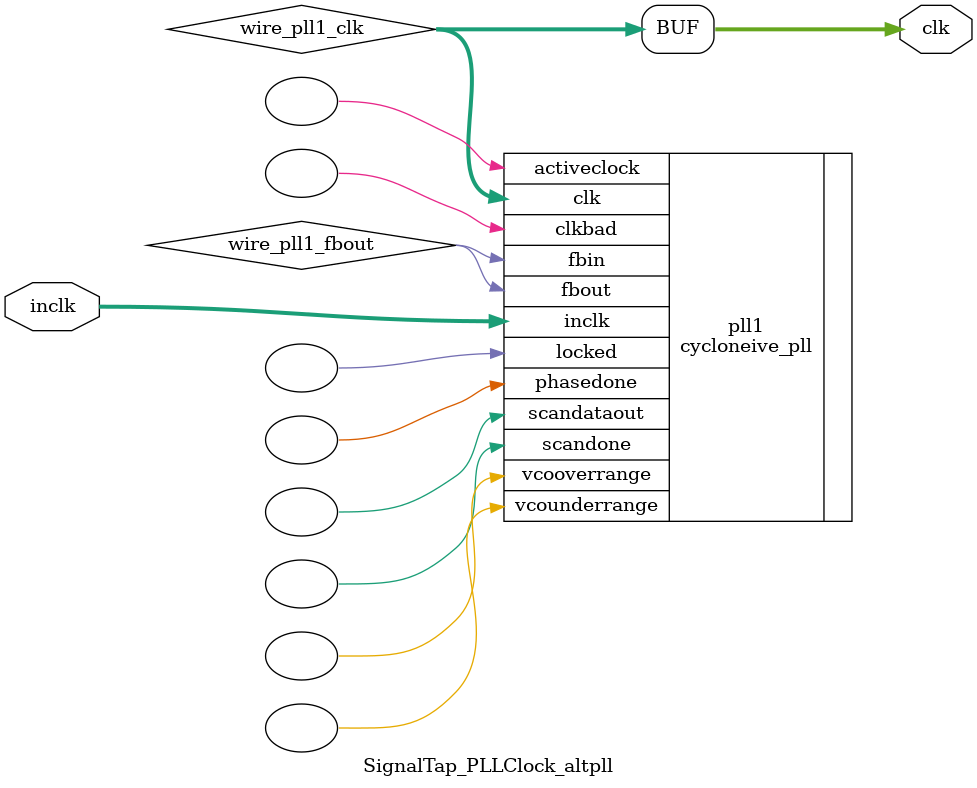
<source format=v>






//synthesis_resources = cycloneive_pll 1 
//synopsys translate_off
`timescale 1 ps / 1 ps
//synopsys translate_on
module  SignalTap_PLLClock_altpll
	( 
	clk,
	inclk) /* synthesis synthesis_clearbox=1 */;
	output   [4:0]  clk;
	input   [1:0]  inclk;
`ifndef ALTERA_RESERVED_QIS
// synopsys translate_off
`endif
	tri0   [1:0]  inclk;
`ifndef ALTERA_RESERVED_QIS
// synopsys translate_on
`endif

	wire  [4:0]   wire_pll1_clk;
	wire  wire_pll1_fbout;

	cycloneive_pll   pll1
	( 
	.activeclock(),
	.clk(wire_pll1_clk),
	.clkbad(),
	.fbin(wire_pll1_fbout),
	.fbout(wire_pll1_fbout),
	.inclk(inclk),
	.locked(),
	.phasedone(),
	.scandataout(),
	.scandone(),
	.vcooverrange(),
	.vcounderrange()
	`ifndef FORMAL_VERIFICATION
	// synopsys translate_off
	`endif
	,
	.areset(1'b0),
	.clkswitch(1'b0),
	.configupdate(1'b0),
	.pfdena(1'b1),
	.phasecounterselect({3{1'b0}}),
	.phasestep(1'b0),
	.phaseupdown(1'b0),
	.scanclk(1'b0),
	.scanclkena(1'b1),
	.scandata(1'b0)
	`ifndef FORMAL_VERIFICATION
	// synopsys translate_on
	`endif
	);
	defparam
		pll1.bandwidth_type = "auto",
		pll1.clk0_divide_by = 1,
		pll1.clk0_duty_cycle = 50,
		pll1.clk0_multiply_by = 4,
		pll1.clk0_phase_shift = "0",
		pll1.compensate_clock = "clk0",
		pll1.inclk0_input_frequency = 20000,
		pll1.operation_mode = "normal",
		pll1.pll_type = "auto",
		pll1.lpm_type = "cycloneive_pll";
	assign
		clk = {wire_pll1_clk[4:0]};
endmodule //SignalTap_PLLClock_altpll
//VALID FILE

</source>
